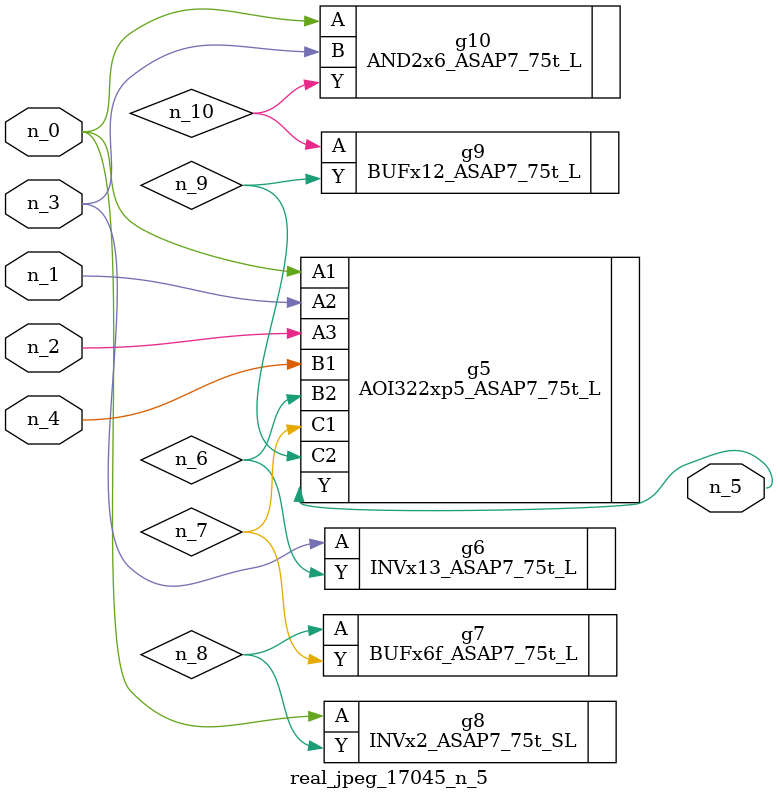
<source format=v>
module real_jpeg_17045_n_5 (n_4, n_0, n_1, n_2, n_3, n_5);

input n_4;
input n_0;
input n_1;
input n_2;
input n_3;

output n_5;

wire n_8;
wire n_6;
wire n_7;
wire n_10;
wire n_9;

AOI322xp5_ASAP7_75t_L g5 ( 
.A1(n_0),
.A2(n_1),
.A3(n_2),
.B1(n_4),
.B2(n_6),
.C1(n_7),
.C2(n_9),
.Y(n_5)
);

INVx2_ASAP7_75t_SL g8 ( 
.A(n_0),
.Y(n_8)
);

AND2x6_ASAP7_75t_L g10 ( 
.A(n_0),
.B(n_3),
.Y(n_10)
);

INVx13_ASAP7_75t_L g6 ( 
.A(n_3),
.Y(n_6)
);

BUFx6f_ASAP7_75t_L g7 ( 
.A(n_8),
.Y(n_7)
);

BUFx12_ASAP7_75t_L g9 ( 
.A(n_10),
.Y(n_9)
);


endmodule
</source>
